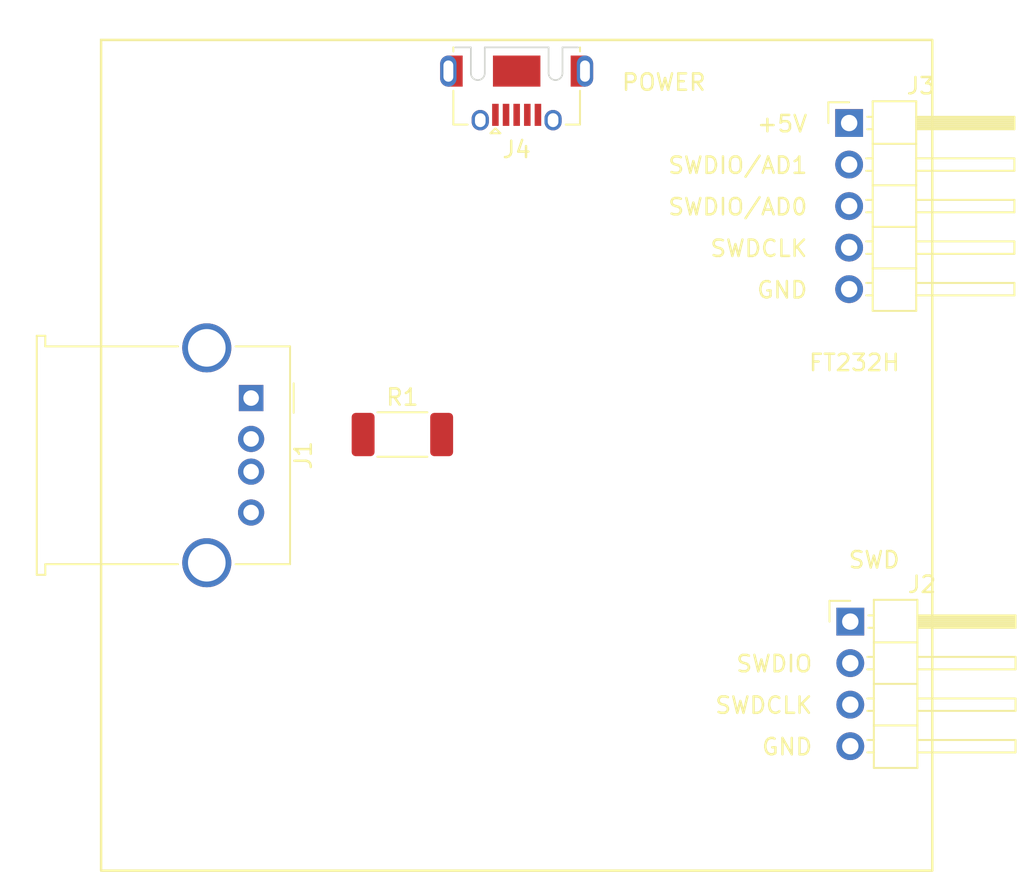
<source format=kicad_pcb>
(kicad_pcb (version 20221018) (generator pcbnew)
  (layers (0 "F.Cu" signal) (31 "B.Cu" signal) (34 "B.Paste" user) (35 "F.Paste" user) (36 "B.SilkS" user "B.Silkscreen") (37 "F.SilkS" user "F.Silkscreen") (38 "B.Mask" user) (39 "F.Mask" user) (44 "Edge.Cuts" user))
  (net 0 "")
  (net 1 "/SWDCLK")
  (net 2 "/SWDIO")
  (net 3 "GND")
  (net 4 "+5V")
  (net 5 "Net-(J3-Pin_3)")
  (net 6 "/SWCLK")
  (footprint "Connector_PinHeader_2.54mm:PinHeader_1x04_P2.54mm_Horizontal" (layer "F.Cu") (at 149.93 106.055)
    (fp_text reference "J2" (at 4.385 -2.27) (layer "F.SilkS"))
    (fp_text value "Conn_01x04_Pin")
    (fp_line (start -1.27 -1.27) (end 0 -1.27) (stroke (width 0.12)) (layer "F.SilkS"))
    (fp_line (start -1.27 0) (end -1.27 -1.27) (stroke (width 0.12)) (layer "F.SilkS"))
    (fp_line (start 1.042929 2.16) (end 1.44 2.16) (stroke (width 0.12)) (layer "F.SilkS"))
    (fp_line (start 1.042929 2.92) (end 1.44 2.92) (stroke (width 0.12)) (layer "F.SilkS"))
    (fp_line (start 1.042929 4.7) (end 1.44 4.7) (stroke (width 0.12)) (layer "F.SilkS"))
    (fp_line (start 1.042929 5.46) (end 1.44 5.46) (stroke (width 0.12)) (layer "F.SilkS"))
    (fp_line (start 1.042929 7.24) (end 1.44 7.24) (stroke (width 0.12)) (layer "F.SilkS"))
    (fp_line (start 1.042929 8) (end 1.44 8) (stroke (width 0.12)) (layer "F.SilkS"))
    (fp_line (start 1.11 -0.38) (end 1.44 -0.38) (stroke (width 0.12)) (layer "F.SilkS"))
    (fp_line (start 1.11 0.38) (end 1.44 0.38) (stroke (width 0.12)) (layer "F.SilkS"))
    (fp_line (start 1.44 -1.33) (end 1.44 8.95) (stroke (width 0.12)) (layer "F.SilkS"))
    (fp_line (start 1.44 1.27) (end 4.1 1.27) (stroke (width 0.12)) (layer "F.SilkS"))
    (fp_line (start 1.44 3.81) (end 4.1 3.81) (stroke (width 0.12)) (layer "F.SilkS"))
    (fp_line (start 1.44 6.35) (end 4.1 6.35) (stroke (width 0.12)) (layer "F.SilkS"))
    (fp_line (start 1.44 8.95) (end 4.1 8.95) (stroke (width 0.12)) (layer "F.SilkS"))
    (fp_line (start 4.1 -1.33) (end 1.44 -1.33) (stroke (width 0.12)) (layer "F.SilkS"))
    (fp_line (start 4.1 -0.38) (end 10.1 -0.38) (stroke (width 0.12)) (layer "F.SilkS"))
    (fp_line (start 4.1 -0.32) (end 10.1 -0.32) (stroke (width 0.12)) (layer "F.SilkS"))
    (fp_line (start 4.1 -0.2) (end 10.1 -0.2) (stroke (width 0.12)) (layer "F.SilkS"))
    (fp_line (start 4.1 -0.08) (end 10.1 -0.08) (stroke (width 0.12)) (layer "F.SilkS"))
    (fp_line (start 4.1 0.04) (end 10.1 0.04) (stroke (width 0.12)) (layer "F.SilkS"))
    (fp_line (start 4.1 0.16) (end 10.1 0.16) (stroke (width 0.12)) (layer "F.SilkS"))
    (fp_line (start 4.1 0.28) (end 10.1 0.28) (stroke (width 0.12)) (layer "F.SilkS"))
    (fp_line (start 4.1 2.16) (end 10.1 2.16) (stroke (width 0.12)) (layer "F.SilkS"))
    (fp_line (start 4.1 4.7) (end 10.1 4.7) (stroke (width 0.12)) (layer "F.SilkS"))
    (fp_line (start 4.1 7.24) (end 10.1 7.24) (stroke (width 0.12)) (layer "F.SilkS"))
    (fp_line (start 4.1 8.95) (end 4.1 -1.33) (stroke (width 0.12)) (layer "F.SilkS"))
    (fp_line (start 10.1 -0.38) (end 10.1 0.38) (stroke (width 0.12)) (layer "F.SilkS"))
    (fp_line (start 10.1 0.38) (end 4.1 0.38) (stroke (width 0.12)) (layer "F.SilkS"))
    (fp_line (start 10.1 2.16) (end 10.1 2.92) (stroke (width 0.12)) (layer "F.SilkS"))
    (fp_line (start 10.1 2.92) (end 4.1 2.92) (stroke (width 0.12)) (layer "F.SilkS"))
    (fp_line (start 10.1 4.7) (end 10.1 5.46) (stroke (width 0.12)) (layer "F.SilkS"))
    (fp_line (start 10.1 5.46) (end 4.1 5.46) (stroke (width 0.12)) (layer "F.SilkS"))
    (fp_line (start 10.1 7.24) (end 10.1 8) (stroke (width 0.12)) (layer "F.SilkS"))
    (fp_line (start 10.1 8) (end 4.1 8) (stroke (width 0.12)) (layer "F.SilkS"))
    (pad "1" thru_hole rect (at 0 0) (size 1.7 1.7) (drill 1) (layers "*.Cu" "*.Mask"))
    (pad "2" thru_hole oval (at 0 2.54) (size 1.7 1.7) (drill 1) (layers "*.Cu" "*.Mask") (net 2 "/SWDIO"))
    (pad "3" thru_hole oval (at 0 5.08) (size 1.7 1.7) (drill 1) (layers "*.Cu" "*.Mask") (net 1 "/SWDCLK"))
    (pad "4" thru_hole oval (at 0 7.62) (size 1.7 1.7) (drill 1) (layers "*.Cu" "*.Mask") (net 3 "GND"))
  )
  (footprint "Connector_USB:USB_A_Molex_67643_Horizontal" (layer "F.Cu") (at 113.31 92.385 -90)
    (fp_text reference "J1" (at 3.5 -3.19 90) (layer "F.SilkS"))
    (fp_text value "USB_A")
    (fp_line (start -3.81 12.58) (end -3.81 13.1) (stroke (width 0.12)) (layer "F.SilkS"))
    (fp_line (start -3.81 13.1) (end 10.81 13.1) (stroke (width 0.12)) (layer "F.SilkS"))
    (fp_line (start -3.16 -2.38) (end -3.16 0.95) (stroke (width 0.12)) (layer "F.SilkS"))
    (fp_line (start -3.16 -2.38) (end 10.16 -2.38) (stroke (width 0.12)) (layer "F.SilkS"))
    (fp_line (start -3.16 12.58) (end -3.81 12.58) (stroke (width 0.12)) (layer "F.SilkS"))
    (fp_line (start -3.16 12.58) (end -3.16 4.47) (stroke (width 0.12)) (layer "F.SilkS"))
    (fp_line (start -0.9 -2.6) (end 0.9 -2.6) (stroke (width 0.12)) (layer "F.SilkS"))
    (fp_line (start 10.16 -2.38) (end 10.16 0.95) (stroke (width 0.12)) (layer "F.SilkS"))
    (fp_line (start 10.16 4.47) (end 10.16 12.58) (stroke (width 0.12)) (layer "F.SilkS"))
    (fp_line (start 10.81 12.58) (end 10.16 12.58) (stroke (width 0.12)) (layer "F.SilkS"))
    (fp_line (start 10.81 13.1) (end 10.81 12.58) (stroke (width 0.12)) (layer "F.SilkS"))
    (pad "1" thru_hole rect (at 0 0 270) (size 1.6 1.5) (drill 0.95) (layers "*.Cu" "*.Mask") (net 4 "+5V"))
    (pad "2" thru_hole circle (at 2.5 0 270) (size 1.6 1.6) (drill 0.95) (layers "*.Cu" "*.Mask") (net 2 "/SWDIO"))
    (pad "3" thru_hole circle (at 4.5 0 270) (size 1.6 1.6) (drill 0.95) (layers "*.Cu" "*.Mask") (net 1 "/SWDCLK"))
    (pad "4" thru_hole circle (at 7 0 270) (size 1.6 1.6) (drill 0.95) (layers "*.Cu" "*.Mask") (net 3 "GND"))
    (pad "5" thru_hole circle (at -3.07 2.71 270) (size 3 3) (drill 2.3) (layers "*.Cu" "*.Mask") (net 3 "GND"))
    (pad "5" thru_hole circle (at 10.07 2.71 270) (size 3 3) (drill 2.3) (layers "*.Cu" "*.Mask") (net 3 "GND"))
  )
  (footprint "Resistor_SMD:R_2010_5025Metric_Pad1.40x2.65mm_HandSolder" (layer "F.Cu") (at 122.555 94.615)
    (fp_text reference "R1" (at 0 -2.28) (layer "F.SilkS"))
    (fp_text value "R_US")
    (fp_line (start -1.527064 -1.36) (end 1.527064 -1.36) (stroke (width 0.12)) (layer "F.SilkS"))
    (fp_line (start -1.527064 1.36) (end 1.527064 1.36) (stroke (width 0.12)) (layer "F.SilkS"))
    (pad "1" smd roundrect (at -2.4 0) (size 1.4 2.65) (layers "F.Cu" "F.Paste" "F.Mask") (roundrect_rratio 0.178571) (net 2 "/SWDIO"))
    (pad "2" smd roundrect (at 2.4 0) (size 1.4 2.65) (layers "F.Cu" "F.Paste" "F.Mask") (roundrect_rratio 0.178571) (net 5 "Net-(J3-Pin_3)"))
  )
  (footprint "Connector_PinHeader_2.54mm:PinHeader_1x05_P2.54mm_Horizontal" (layer "F.Cu") (at 149.86 75.565)
    (fp_text reference "J3" (at 4.385 -2.27) (layer "F.SilkS"))
    (fp_text value "Conn_01x05_Pin")
    (fp_line (start -1.27 -1.27) (end 0 -1.27) (stroke (width 0.12)) (layer "F.SilkS"))
    (fp_line (start -1.27 0) (end -1.27 -1.27) (stroke (width 0.12)) (layer "F.SilkS"))
    (fp_line (start 1.042929 2.16) (end 1.44 2.16) (stroke (width 0.12)) (layer "F.SilkS"))
    (fp_line (start 1.042929 2.92) (end 1.44 2.92) (stroke (width 0.12)) (layer "F.SilkS"))
    (fp_line (start 1.042929 4.7) (end 1.44 4.7) (stroke (width 0.12)) (layer "F.SilkS"))
    (fp_line (start 1.042929 5.46) (end 1.44 5.46) (stroke (width 0.12)) (layer "F.SilkS"))
    (fp_line (start 1.042929 7.24) (end 1.44 7.24) (stroke (width 0.12)) (layer "F.SilkS"))
    (fp_line (start 1.042929 8) (end 1.44 8) (stroke (width 0.12)) (layer "F.SilkS"))
    (fp_line (start 1.042929 9.78) (end 1.44 9.78) (stroke (width 0.12)) (layer "F.SilkS"))
    (fp_line (start 1.042929 10.54) (end 1.44 10.54) (stroke (width 0.12)) (layer "F.SilkS"))
    (fp_line (start 1.11 -0.38) (end 1.44 -0.38) (stroke (width 0.12)) (layer "F.SilkS"))
    (fp_line (start 1.11 0.38) (end 1.44 0.38) (stroke (width 0.12)) (layer "F.SilkS"))
    (fp_line (start 1.44 -1.33) (end 1.44 11.49) (stroke (width 0.12)) (layer "F.SilkS"))
    (fp_line (start 1.44 1.27) (end 4.1 1.27) (stroke (width 0.12)) (layer "F.SilkS"))
    (fp_line (start 1.44 3.81) (end 4.1 3.81) (stroke (width 0.12)) (layer "F.SilkS"))
    (fp_line (start 1.44 6.35) (end 4.1 6.35) (stroke (width 0.12)) (layer "F.SilkS"))
    (fp_line (start 1.44 8.89) (end 4.1 8.89) (stroke (width 0.12)) (layer "F.SilkS"))
    (fp_line (start 1.44 11.49) (end 4.1 11.49) (stroke (width 0.12)) (layer "F.SilkS"))
    (fp_line (start 4.1 -1.33) (end 1.44 -1.33) (stroke (width 0.12)) (layer "F.SilkS"))
    (fp_line (start 4.1 -0.38) (end 10.1 -0.38) (stroke (width 0.12)) (layer "F.SilkS"))
    (fp_line (start 4.1 -0.32) (end 10.1 -0.32) (stroke (width 0.12)) (layer "F.SilkS"))
    (fp_line (start 4.1 -0.2) (end 10.1 -0.2) (stroke (width 0.12)) (layer "F.SilkS"))
    (fp_line (start 4.1 -0.08) (end 10.1 -0.08) (stroke (width 0.12)) (layer "F.SilkS"))
    (fp_line (start 4.1 0.04) (end 10.1 0.04) (stroke (width 0.12)) (layer "F.SilkS"))
    (fp_line (start 4.1 0.16) (end 10.1 0.16) (stroke (width 0.12)) (layer "F.SilkS"))
    (fp_line (start 4.1 0.28) (end 10.1 0.28) (stroke (width 0.12)) (layer "F.SilkS"))
    (fp_line (start 4.1 2.16) (end 10.1 2.16) (stroke (width 0.12)) (layer "F.SilkS"))
    (fp_line (start 4.1 4.7) (end 10.1 4.7) (stroke (width 0.12)) (layer "F.SilkS"))
    (fp_line (start 4.1 7.24) (end 10.1 7.24) (stroke (width 0.12)) (layer "F.SilkS"))
    (fp_line (start 4.1 9.78) (end 10.1 9.78) (stroke (width 0.12)) (layer "F.SilkS"))
    (fp_line (start 4.1 11.49) (end 4.1 -1.33) (stroke (width 0.12)) (layer "F.SilkS"))
    (fp_line (start 10.1 -0.38) (end 10.1 0.38) (stroke (width 0.12)) (layer "F.SilkS"))
    (fp_line (start 10.1 0.38) (end 4.1 0.38) (stroke (width 0.12)) (layer "F.SilkS"))
    (fp_line (start 10.1 2.16) (end 10.1 2.92) (stroke (width 0.12)) (layer "F.SilkS"))
    (fp_line (start 10.1 2.92) (end 4.1 2.92) (stroke (width 0.12)) (layer "F.SilkS"))
    (fp_line (start 10.1 4.7) (end 10.1 5.46) (stroke (width 0.12)) (layer "F.SilkS"))
    (fp_line (start 10.1 5.46) (end 4.1 5.46) (stroke (width 0.12)) (layer "F.SilkS"))
    (fp_line (start 10.1 7.24) (end 10.1 8) (stroke (width 0.12)) (layer "F.SilkS"))
    (fp_line (start 10.1 8) (end 4.1 8) (stroke (width 0.12)) (layer "F.SilkS"))
    (fp_line (start 10.1 9.78) (end 10.1 10.54) (stroke (width 0.12)) (layer "F.SilkS"))
    (fp_line (start 10.1 10.54) (end 4.1 10.54) (stroke (width 0.12)) (layer "F.SilkS"))
    (pad "1" thru_hole rect (at 0 0) (size 1.7 1.7) (drill 1) (layers "*.Cu" "*.Mask") (net 4 "+5V"))
    (pad "2" thru_hole oval (at 0 2.54) (size 1.7 1.7) (drill 1) (layers "*.Cu" "*.Mask") (net 2 "/SWDIO"))
    (pad "3" thru_hole oval (at 0 5.08) (size 1.7 1.7) (drill 1) (layers "*.Cu" "*.Mask") (net 5 "Net-(J3-Pin_3)"))
    (pad "4" thru_hole oval (at 0 7.62) (size 1.7 1.7) (drill 1) (layers "*.Cu" "*.Mask") (net 6 "/SWCLK"))
    (pad "5" thru_hole oval (at 0 10.16) (size 1.7 1.7) (drill 1) (layers "*.Cu" "*.Mask") (net 3 "GND"))
  )
  (footprint "Connector_USB:USB_Micro-AB_Molex_47590-0001" (layer "F.Cu") (at 129.54 72.39 180)
    (fp_text reference "J4" (at 0 -4.8) (layer "F.SilkS"))
    (fp_text value "USB_B_Micro")
    (fp_line (start -3.87 -3.27) (end -3.87 -1.2) (stroke (width 0.12)) (layer "F.SilkS"))
    (fp_line (start -3.87 -3.27) (end -3 -3.27) (stroke (width 0.12)) (layer "F.SilkS"))
    (fp_line (start -3.87 1.2) (end -3.87 1.45) (stroke (width 0.12)) (layer "F.SilkS"))
    (fp_line (start 1 -3.8) (end 1.6 -3.8) (stroke (width 0.12)) (layer "F.SilkS"))
    (fp_line (start 1.3 -3.5) (end 1 -3.8) (stroke (width 0.12)) (layer "F.SilkS"))
    (fp_line (start 1.3 -3.5) (end 1.6 -3.8) (stroke (width 0.12)) (layer "F.SilkS"))
    (fp_line (start 3 -3.27) (end 3.87 -3.27) (stroke (width 0.12)) (layer "F.SilkS"))
    (fp_line (start 3.87 -3.27) (end 3.87 -1.2) (stroke (width 0.12)) (layer "F.SilkS"))
    (fp_line (start 3.87 1.2) (end 3.87 1.45) (stroke (width 0.12)) (layer "F.SilkS"))
    (fp_line (start -3.75 1.45) (end -2.8 1.45) (stroke (width 0.1)) (layer "Edge.Cuts"))
    (fp_line (start -2.8 -0.125) (end -2.8 1.45) (stroke (width 0.1)) (layer "Edge.Cuts"))
    (fp_line (start -1.95 -0.125) (end -1.95 1.45) (stroke (width 0.1)) (layer "Edge.Cuts"))
    (fp_line (start -1.95 1.45) (end 1.95 1.45) (stroke (width 0.1)) (layer "Edge.Cuts"))
    (fp_line (start 1.95 -0.125) (end 1.95 1.45) (stroke (width 0.1)) (layer "Edge.Cuts"))
    (fp_line (start 2.8 -0.125) (end 2.8 1.45) (stroke (width 0.1)) (layer "Edge.Cuts"))
    (fp_line (start 2.8 1.45) (end 3.75 1.45) (stroke (width 0.1)) (layer "Edge.Cuts"))
    (fp_arc (start -2.8 -0.125) (mid -2.375 -0.55) (end -1.95 -0.125) (stroke (width 0.1)) (layer "Edge.Cuts"))
    (fp_arc (start 1.95 -0.125) (mid 2.375 -0.55) (end 2.8 -0.125) (stroke (width 0.1)) (layer "Edge.Cuts"))
    (pad "1" smd rect (at 1.3 -2.675 180) (size 0.4 1.35) (layers "F.Cu" "F.Paste" "F.Mask") (net 4 "+5V"))
    (pad "2" smd rect (at 0.65 -2.675 180) (size 0.4 1.35) (layers "F.Cu" "F.Paste" "F.Mask"))
    (pad "3" smd rect (at 0 -2.675 180) (size 0.4 1.35) (layers "F.Cu" "F.Paste" "F.Mask"))
    (pad "4" smd rect (at -0.65 -2.675 180) (size 0.4 1.35) (layers "F.Cu" "F.Paste" "F.Mask"))
    (pad "5" smd rect (at -1.3 -2.675 180) (size 0.4 1.35) (layers "F.Cu" "F.Paste" "F.Mask") (net 3 "GND"))
    (pad "6" thru_hole oval (at -4.175 0 180) (size 1 1.9) (drill oval 0.6 1.3) (layers "*.Cu" "*.Mask") (net 3 "GND"))
    (pad "6" smd rect (at -3.7375 0 180) (size 0.875 1.9) (layers "F.Cu" "F.Mask") (net 3 "GND"))
    (pad "6" thru_hole oval (at -2.225 -3 180) (size 1.05 1.25) (drill oval 0.65 0.85) (layers "*.Cu" "*.Mask") (net 3 "GND"))
    (pad "6" smd rect (at 0 0 180) (size 2.9 1.9) (layers "F.Cu" "F.Paste" "F.Mask") (net 3 "GND"))
    (pad "6" thru_hole oval (at 2.225 -3 180) (size 1.05 1.25) (drill oval 0.65 0.85) (layers "*.Cu" "*.Mask") (net 3 "GND"))
    (pad "6" smd rect (at 3.7375 0 180) (size 0.875 1.9) (layers "F.Cu" "F.Mask") (net 3 "GND"))
    (pad "6" thru_hole oval (at 4.175 0 180) (size 1 1.9) (drill oval 0.6 1.3) (layers "*.Cu" "*.Mask") (net 3 "GND"))
  )
  (gr_rect (start 104.14 70.485) (end 154.94 121.285) (stroke (width 0.15)) (fill none) (layer "F.SilkS"))
  (gr_text "SWDCLK" (at 141.287857 83.82) (layer "F.SilkS") (effects (font (size 1 1)) (justify left bottom)))
  (gr_text "POWER" (at 135.89 73.66) (layer "F.SilkS") (effects (font (size 1 1)) (justify left bottom)))
  (gr_text "SWDIO/AD0" (at 138.716429 81.28) (layer "F.SilkS") (effects (font (size 1 1)) (justify left bottom)))
  (gr_text "FT232H" (at 147.32 90.805) (layer "F.SilkS") (effects (font (size 1 1)) (justify left bottom)))
  (gr_text "SWD" (at 149.748572 102.87) (layer "F.SilkS") (effects (font (size 1 1)) (justify left bottom)))
  (gr_text "+5V" (at 144.145 76.2) (layer "F.SilkS") (effects (font (size 1 1)) (justify left bottom)))
  (gr_text "SWDIO/AD1" (at 138.716429 78.74) (layer "F.SilkS") (effects (font (size 1 1)) (justify left bottom)))
  (gr_text "GND" (at 144.145 86.36) (layer "F.SilkS") (effects (font (size 1 1)) (justify left bottom)))
  (gr_text "GND" (at 144.446428 114.3) (layer "F.SilkS") (effects (font (size 1 1)) (justify left bottom)))
  (gr_text "SWDIO" (at 142.875 109.22) (layer "F.SilkS") (effects (font (size 1 1)) (justify left bottom)))
  (gr_text "SWDCLK" (at 141.589285 111.76) (layer "F.SilkS") (effects (font (size 1 1)) (justify left bottom)))
)
</source>
